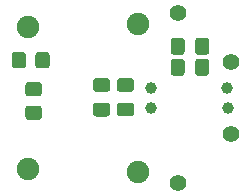
<source format=gbr>
%TF.GenerationSoftware,KiCad,Pcbnew,(5.1.9)-1*%
%TF.CreationDate,2021-08-28T05:28:07+03:00*%
%TF.ProjectId,LED_Head_001,4c45445f-4865-4616-945f-3030312e6b69,rev?*%
%TF.SameCoordinates,Original*%
%TF.FileFunction,Soldermask,Bot*%
%TF.FilePolarity,Negative*%
%FSLAX46Y46*%
G04 Gerber Fmt 4.6, Leading zero omitted, Abs format (unit mm)*
G04 Created by KiCad (PCBNEW (5.1.9)-1) date 2021-08-28 05:28:07*
%MOMM*%
%LPD*%
G01*
G04 APERTURE LIST*
%ADD10C,1.000000*%
%ADD11C,1.400000*%
%ADD12C,1.900000*%
G04 APERTURE END LIST*
%TO.C,C1*%
G36*
G01*
X-10600000Y1687500D02*
X-9650000Y1687500D01*
G75*
G02*
X-9400000Y1437500I0J-250000D01*
G01*
X-9400000Y762500D01*
G75*
G02*
X-9650000Y512500I-250000J0D01*
G01*
X-10600000Y512500D01*
G75*
G02*
X-10850000Y762500I0J250000D01*
G01*
X-10850000Y1437500D01*
G75*
G02*
X-10600000Y1687500I250000J0D01*
G01*
G37*
G36*
G01*
X-10600000Y-387500D02*
X-9650000Y-387500D01*
G75*
G02*
X-9400000Y-637500I0J-250000D01*
G01*
X-9400000Y-1312500D01*
G75*
G02*
X-9650000Y-1562500I-250000J0D01*
G01*
X-10600000Y-1562500D01*
G75*
G02*
X-10850000Y-1312500I0J250000D01*
G01*
X-10850000Y-637500D01*
G75*
G02*
X-10600000Y-387500I250000J0D01*
G01*
G37*
%TD*%
%TO.C,C2*%
G36*
G01*
X-3037500Y4850000D02*
X-3037500Y3900000D01*
G75*
G02*
X-3287500Y3650000I-250000J0D01*
G01*
X-3962500Y3650000D01*
G75*
G02*
X-4212500Y3900000I0J250000D01*
G01*
X-4212500Y4850000D01*
G75*
G02*
X-3962500Y5100000I250000J0D01*
G01*
X-3287500Y5100000D01*
G75*
G02*
X-3037500Y4850000I0J-250000D01*
G01*
G37*
G36*
G01*
X-5112500Y4850000D02*
X-5112500Y3900000D01*
G75*
G02*
X-5362500Y3650000I-250000J0D01*
G01*
X-6037500Y3650000D01*
G75*
G02*
X-6287500Y3900000I0J250000D01*
G01*
X-6287500Y4850000D01*
G75*
G02*
X-6037500Y5100000I250000J0D01*
G01*
X-5362500Y5100000D01*
G75*
G02*
X-5112500Y4850000I0J-250000D01*
G01*
G37*
%TD*%
%TO.C,C3*%
G36*
G01*
X-12619999Y-390001D02*
X-11669999Y-390001D01*
G75*
G02*
X-11419999Y-640001I0J-250000D01*
G01*
X-11419999Y-1315001D01*
G75*
G02*
X-11669999Y-1565001I-250000J0D01*
G01*
X-12619999Y-1565001D01*
G75*
G02*
X-12869999Y-1315001I0J250000D01*
G01*
X-12869999Y-640001D01*
G75*
G02*
X-12619999Y-390001I250000J0D01*
G01*
G37*
G36*
G01*
X-12619999Y1684999D02*
X-11669999Y1684999D01*
G75*
G02*
X-11419999Y1434999I0J-250000D01*
G01*
X-11419999Y759999D01*
G75*
G02*
X-11669999Y509999I-250000J0D01*
G01*
X-12619999Y509999D01*
G75*
G02*
X-12869999Y759999I0J250000D01*
G01*
X-12869999Y1434999D01*
G75*
G02*
X-12619999Y1684999I250000J0D01*
G01*
G37*
%TD*%
%TO.C,C4*%
G36*
G01*
X-5112500Y3075000D02*
X-5112500Y2125000D01*
G75*
G02*
X-5362500Y1875000I-250000J0D01*
G01*
X-6037500Y1875000D01*
G75*
G02*
X-6287500Y2125000I0J250000D01*
G01*
X-6287500Y3075000D01*
G75*
G02*
X-6037500Y3325000I250000J0D01*
G01*
X-5362500Y3325000D01*
G75*
G02*
X-5112500Y3075000I0J-250000D01*
G01*
G37*
G36*
G01*
X-3037500Y3075000D02*
X-3037500Y2125000D01*
G75*
G02*
X-3287500Y1875000I-250000J0D01*
G01*
X-3962500Y1875000D01*
G75*
G02*
X-4212500Y2125000I0J250000D01*
G01*
X-4212500Y3075000D01*
G75*
G02*
X-3962500Y3325000I250000J0D01*
G01*
X-3287500Y3325000D01*
G75*
G02*
X-3037500Y3075000I0J-250000D01*
G01*
G37*
%TD*%
D10*
%TO.C,J1*%
X-8000000Y850000D03*
%TD*%
%TO.C,J2*%
X-8000000Y-850000D03*
%TD*%
D11*
%TO.C,J3*%
X-5700000Y7200000D03*
%TD*%
%TO.C,J4*%
X-1175000Y3025000D03*
%TD*%
D12*
%TO.C,J5*%
X-18341700Y6000000D03*
%TD*%
%TO.C,J6*%
X-9091700Y-6250000D03*
%TD*%
%TO.C,J7*%
X-9091700Y6250000D03*
%TD*%
%TO.C,J8*%
X-18341700Y-6000000D03*
%TD*%
D11*
%TO.C,J9*%
X-5700000Y-7200000D03*
%TD*%
%TO.C,J10*%
X-1175000Y-3025000D03*
%TD*%
D10*
%TO.C,J11*%
X-1475000Y-850000D03*
%TD*%
%TO.C,J12*%
X-1500000Y875000D03*
%TD*%
%TO.C,R1*%
G36*
G01*
X-17750000Y2749999D02*
X-17750000Y3650001D01*
G75*
G02*
X-17500001Y3900000I249999J0D01*
G01*
X-16799999Y3900000D01*
G75*
G02*
X-16550000Y3650001I0J-249999D01*
G01*
X-16550000Y2749999D01*
G75*
G02*
X-16799999Y2500000I-249999J0D01*
G01*
X-17500001Y2500000D01*
G75*
G02*
X-17750000Y2749999I0J249999D01*
G01*
G37*
G36*
G01*
X-19750000Y2749999D02*
X-19750000Y3650001D01*
G75*
G02*
X-19500001Y3900000I249999J0D01*
G01*
X-18799999Y3900000D01*
G75*
G02*
X-18550000Y3650001I0J-249999D01*
G01*
X-18550000Y2749999D01*
G75*
G02*
X-18799999Y2500000I-249999J0D01*
G01*
X-19500001Y2500000D01*
G75*
G02*
X-19750000Y2749999I0J249999D01*
G01*
G37*
%TD*%
%TO.C,R2*%
G36*
G01*
X-18350001Y1350000D02*
X-17449999Y1350000D01*
G75*
G02*
X-17200000Y1100001I0J-249999D01*
G01*
X-17200000Y399999D01*
G75*
G02*
X-17449999Y150000I-249999J0D01*
G01*
X-18350001Y150000D01*
G75*
G02*
X-18600000Y399999I0J249999D01*
G01*
X-18600000Y1100001D01*
G75*
G02*
X-18350001Y1350000I249999J0D01*
G01*
G37*
G36*
G01*
X-18350001Y-650000D02*
X-17449999Y-650000D01*
G75*
G02*
X-17200000Y-899999I0J-249999D01*
G01*
X-17200000Y-1600001D01*
G75*
G02*
X-17449999Y-1850000I-249999J0D01*
G01*
X-18350001Y-1850000D01*
G75*
G02*
X-18600000Y-1600001I0J249999D01*
G01*
X-18600000Y-899999D01*
G75*
G02*
X-18350001Y-650000I249999J0D01*
G01*
G37*
%TD*%
M02*

</source>
